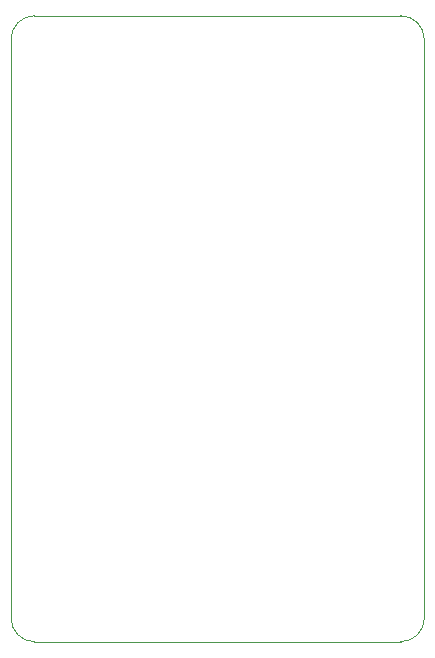
<source format=gbr>
%TF.GenerationSoftware,KiCad,Pcbnew,(6.0.8)*%
%TF.CreationDate,2022-12-02T21:09:01+01:00*%
%TF.ProjectId,mcudev,6d637564-6576-42e6-9b69-6361645f7063,rev?*%
%TF.SameCoordinates,Original*%
%TF.FileFunction,Profile,NP*%
%FSLAX46Y46*%
G04 Gerber Fmt 4.6, Leading zero omitted, Abs format (unit mm)*
G04 Created by KiCad (PCBNEW (6.0.8)) date 2022-12-02 21:09:01*
%MOMM*%
%LPD*%
G01*
G04 APERTURE LIST*
%TA.AperFunction,Profile*%
%ADD10C,0.100000*%
%TD*%
G04 APERTURE END LIST*
D10*
X122999950Y-105000000D02*
G75*
G03*
X124985786Y-106999999I2000050J0D01*
G01*
X156000000Y-54000000D02*
X124985786Y-54000000D01*
X158000000Y-56000000D02*
G75*
G03*
X156000000Y-54000000I-2000000J0D01*
G01*
X156000000Y-107000000D02*
X124985786Y-107000000D01*
X158000000Y-105000000D02*
X158000000Y-56000000D01*
X123000000Y-105000000D02*
X123000000Y-56000000D01*
X156000000Y-107000000D02*
G75*
G03*
X158000000Y-105000000I0J2000000D01*
G01*
X124985786Y-54000051D02*
G75*
G03*
X123000000Y-56000000I14214J-1999949D01*
G01*
M02*

</source>
